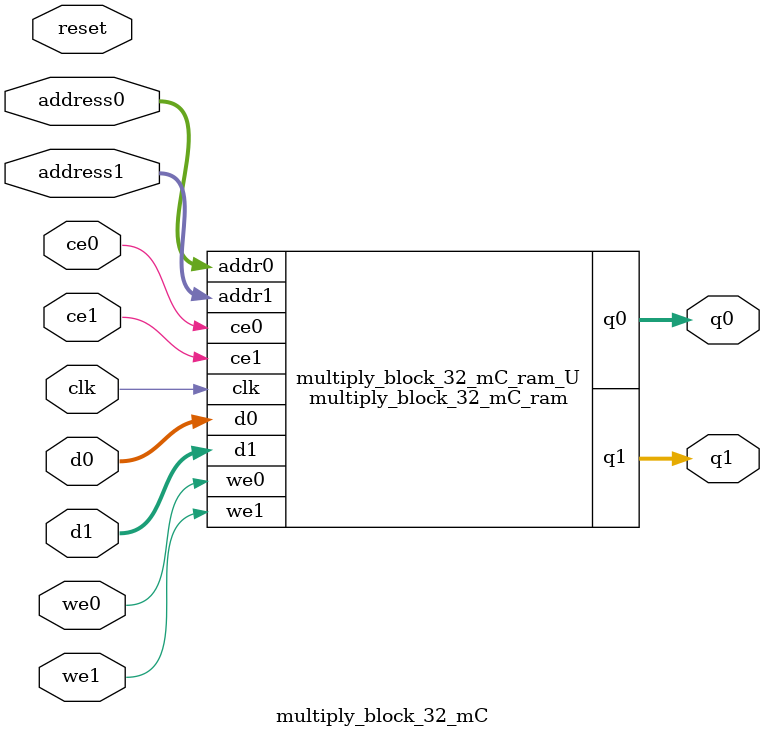
<source format=v>
`timescale 1 ns / 1 ps
module multiply_block_32_mC_ram (addr0, ce0, d0, we0, q0, addr1, ce1, d1, we1, q1,  clk);

parameter DWIDTH = 32;
parameter AWIDTH = 10;
parameter MEM_SIZE = 1024;

input[AWIDTH-1:0] addr0;
input ce0;
input[DWIDTH-1:0] d0;
input we0;
output reg[DWIDTH-1:0] q0;
input[AWIDTH-1:0] addr1;
input ce1;
input[DWIDTH-1:0] d1;
input we1;
output reg[DWIDTH-1:0] q1;
input clk;

(* ram_style = "block" *)reg [DWIDTH-1:0] ram[0:MEM_SIZE-1];




always @(posedge clk)  
begin 
    if (ce0) 
    begin
        if (we0) 
        begin 
            ram[addr0] <= d0; 
        end 
        q0 <= ram[addr0];
    end
end


always @(posedge clk)  
begin 
    if (ce1) 
    begin
        if (we1) 
        begin 
            ram[addr1] <= d1; 
        end 
        q1 <= ram[addr1];
    end
end


endmodule

`timescale 1 ns / 1 ps
module multiply_block_32_mC(
    reset,
    clk,
    address0,
    ce0,
    we0,
    d0,
    q0,
    address1,
    ce1,
    we1,
    d1,
    q1);

parameter DataWidth = 32'd32;
parameter AddressRange = 32'd1024;
parameter AddressWidth = 32'd10;
input reset;
input clk;
input[AddressWidth - 1:0] address0;
input ce0;
input we0;
input[DataWidth - 1:0] d0;
output[DataWidth - 1:0] q0;
input[AddressWidth - 1:0] address1;
input ce1;
input we1;
input[DataWidth - 1:0] d1;
output[DataWidth - 1:0] q1;



multiply_block_32_mC_ram multiply_block_32_mC_ram_U(
    .clk( clk ),
    .addr0( address0 ),
    .ce0( ce0 ),
    .we0( we0 ),
    .d0( d0 ),
    .q0( q0 ),
    .addr1( address1 ),
    .ce1( ce1 ),
    .we1( we1 ),
    .d1( d1 ),
    .q1( q1 ));

endmodule


</source>
